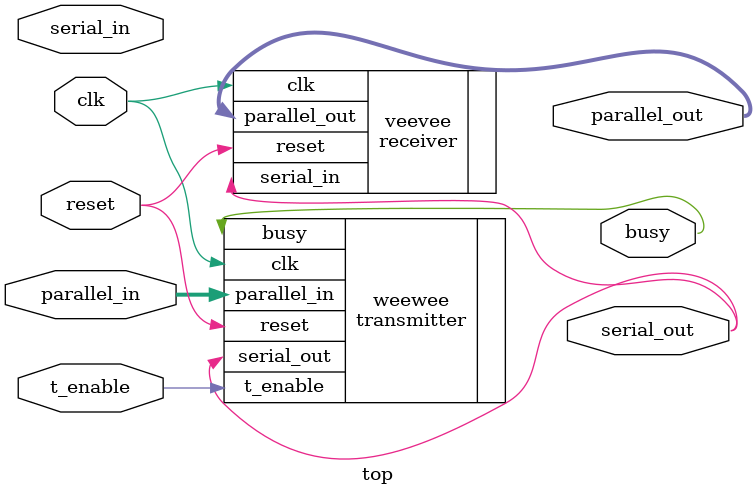
<source format=v>
module top(clk,reset,t_enable,serial_out,parallel_in,busy,serial_in,parallel_out);
  input clk,reset,t_enable,serial_in;
  input [7:0] parallel_in;
  output serial_out,busy;
  output [7:0]parallel_out;
  
  
  
parameter CLK_HZ = 100000000;
parameter BIT_RATE =   115200;
parameter PAYLOAD_BITS = 8;
  
  //assign serial_in=serial_out;
  transmitter weewee(.clk(clk),.reset(reset),.parallel_in(parallel_in),.t_enable(t_enable),.serial_out(serial_out),.busy(busy));
  
  receiver veevee(.clk(clk),.reset(reset),.serial_in(serial_out),.parallel_out(parallel_out));
  
endmodule
</source>
